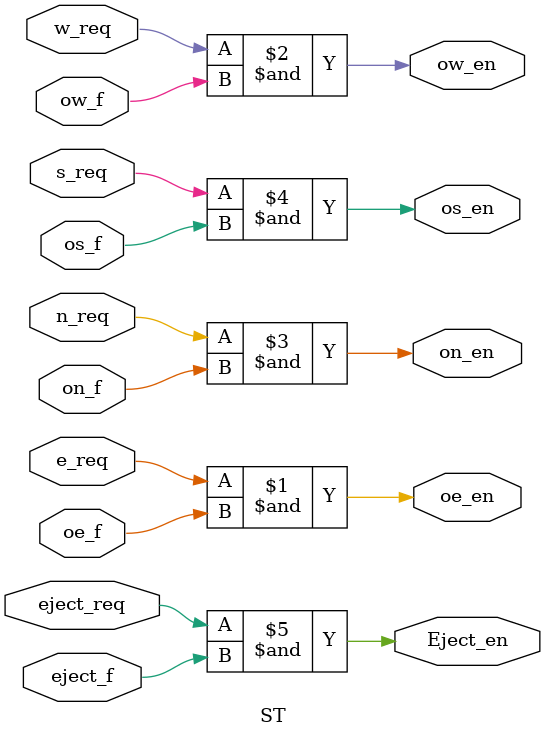
<source format=v>
module ST (output oe_en, ow_en, on_en, os_en, Eject_en, 
           input e_req, w_req, n_req, s_req, eject_req, oe_f, ow_f, on_f, os_f, eject_f);
           

  and (oe_en, e_req, oe_f);
  and (ow_en, w_req, ow_f);
  and (on_en, n_req, on_f);
  and (os_en, s_req, os_f);
  and (Eject_en, eject_req, eject_f); 
  
endmodule
</source>
